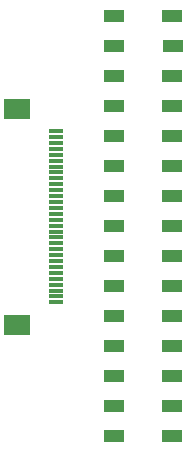
<source format=gbr>
G04 #@! TF.GenerationSoftware,KiCad,Pcbnew,5.0.2-bee76a0~70~ubuntu18.04.1*
G04 #@! TF.CreationDate,2019-05-13T00:01:04+09:00*
G04 #@! TF.ProjectId,bottom_pcb,626f7474-6f6d-45f7-9063-622e6b696361,rev?*
G04 #@! TF.SameCoordinates,Original*
G04 #@! TF.FileFunction,Paste,Bot*
G04 #@! TF.FilePolarity,Positive*
%FSLAX46Y46*%
G04 Gerber Fmt 4.6, Leading zero omitted, Abs format (unit mm)*
G04 Created by KiCad (PCBNEW 5.0.2-bee76a0~70~ubuntu18.04.1) date 2019年05月13日 00時01分04秒*
%MOMM*%
%LPD*%
G01*
G04 APERTURE LIST*
%ADD10R,1.800000X1.000000*%
%ADD11R,2.200000X1.800000*%
%ADD12R,1.300000X0.300000*%
G04 APERTURE END LIST*
D10*
G04 #@! TO.C,J4*
X141654000Y-57220000D03*
X146494000Y-57220000D03*
X141654000Y-59760000D03*
X146594000Y-59760000D03*
X141654000Y-62300000D03*
X146494000Y-62300000D03*
X141654000Y-64840000D03*
X146494000Y-64840000D03*
X141654000Y-67380000D03*
X146494000Y-67380000D03*
X141654000Y-69920000D03*
X146494000Y-69920000D03*
X141654000Y-72460000D03*
X146494000Y-72460000D03*
X141654000Y-75000000D03*
X146494000Y-75000000D03*
X141654000Y-77540000D03*
X146494000Y-77540000D03*
X141654000Y-80080000D03*
X146494000Y-80080000D03*
X141654000Y-82620000D03*
X146494000Y-82620000D03*
X141654000Y-85160000D03*
X146494000Y-85160000D03*
X141654000Y-87700000D03*
X146494000Y-87700000D03*
X141654000Y-90240000D03*
X146494000Y-90240000D03*
X141654000Y-92780000D03*
X146494000Y-92780000D03*
G04 #@! TD*
D11*
G04 #@! TO.C,J3*
X133449000Y-65043400D03*
X133449000Y-83343400D03*
D12*
X136699000Y-81443400D03*
X136699000Y-80943400D03*
X136699000Y-80443400D03*
X136699000Y-79943400D03*
X136699000Y-79443400D03*
X136699000Y-78943400D03*
X136699000Y-78443400D03*
X136699000Y-77943400D03*
X136699000Y-77443400D03*
X136699000Y-76943400D03*
X136699000Y-76443400D03*
X136699000Y-75943400D03*
X136699000Y-75443400D03*
X136699000Y-74943400D03*
X136699000Y-74443400D03*
X136699000Y-73943400D03*
X136699000Y-73443400D03*
X136699000Y-72943400D03*
X136699000Y-72443400D03*
X136699000Y-71943400D03*
X136699000Y-71443400D03*
X136699000Y-70943400D03*
X136699000Y-70443400D03*
X136699000Y-69943400D03*
X136699000Y-69443400D03*
X136699000Y-68943400D03*
X136699000Y-68443400D03*
X136699000Y-67943400D03*
X136699000Y-67443400D03*
X136699000Y-66943400D03*
G04 #@! TD*
M02*

</source>
